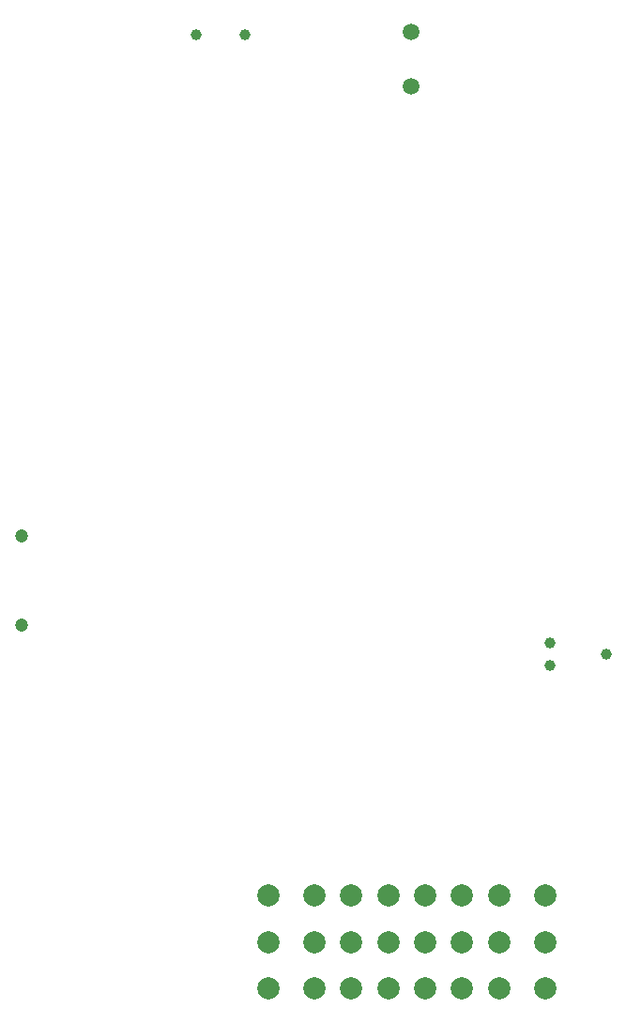
<source format=gbr>
%TF.GenerationSoftware,KiCad,Pcbnew,8.0.3*%
%TF.CreationDate,2024-06-17T20:01:43-07:00*%
%TF.ProjectId,underglow3,756e6465-7267-46c6-9f77-332e6b696361,rev?*%
%TF.SameCoordinates,Original*%
%TF.FileFunction,Soldermask,Bot*%
%TF.FilePolarity,Negative*%
%FSLAX46Y46*%
G04 Gerber Fmt 4.6, Leading zero omitted, Abs format (unit mm)*
G04 Created by KiCad (PCBNEW 8.0.3) date 2024-06-17 20:01:43*
%MOMM*%
%LPD*%
G01*
G04 APERTURE LIST*
%ADD10C,1.500025*%
%ADD11C,1.000000*%
%ADD12C,2.000000*%
%ADD13C,0.990600*%
%ADD14C,1.200000*%
G04 APERTURE END LIST*
D10*
%TO.C,J302*%
X37375057Y85449911D03*
X37375057Y90350089D03*
%TD*%
D11*
%TO.C,J404*%
X22400000Y90100000D03*
X18000000Y90100000D03*
%TD*%
D12*
%TO.C,J301*%
X49475000Y12500000D03*
X45325000Y12500000D03*
X41995000Y12500000D03*
X38665000Y12500000D03*
X35335000Y12500000D03*
X32005000Y12500000D03*
X28675000Y12500000D03*
X24525000Y12500000D03*
X49475000Y8300000D03*
X45325000Y8300000D03*
X41995000Y8300000D03*
X38665000Y8300000D03*
X35335000Y8300000D03*
X32005000Y8300000D03*
X28675000Y8300000D03*
X24525000Y8300000D03*
X49475000Y4100000D03*
X45325000Y4100000D03*
X41995000Y4100000D03*
X38665000Y4100000D03*
X35335000Y4100000D03*
X32005000Y4100000D03*
X28675000Y4100000D03*
X24525000Y4100000D03*
%TD*%
D13*
%TO.C,J202*%
X54999795Y34235000D03*
X49919795Y33219000D03*
X49919795Y35251000D03*
%TD*%
D14*
%TO.C,J203*%
X2263513Y44900026D03*
X2263513Y36900026D03*
%TD*%
M02*

</source>
